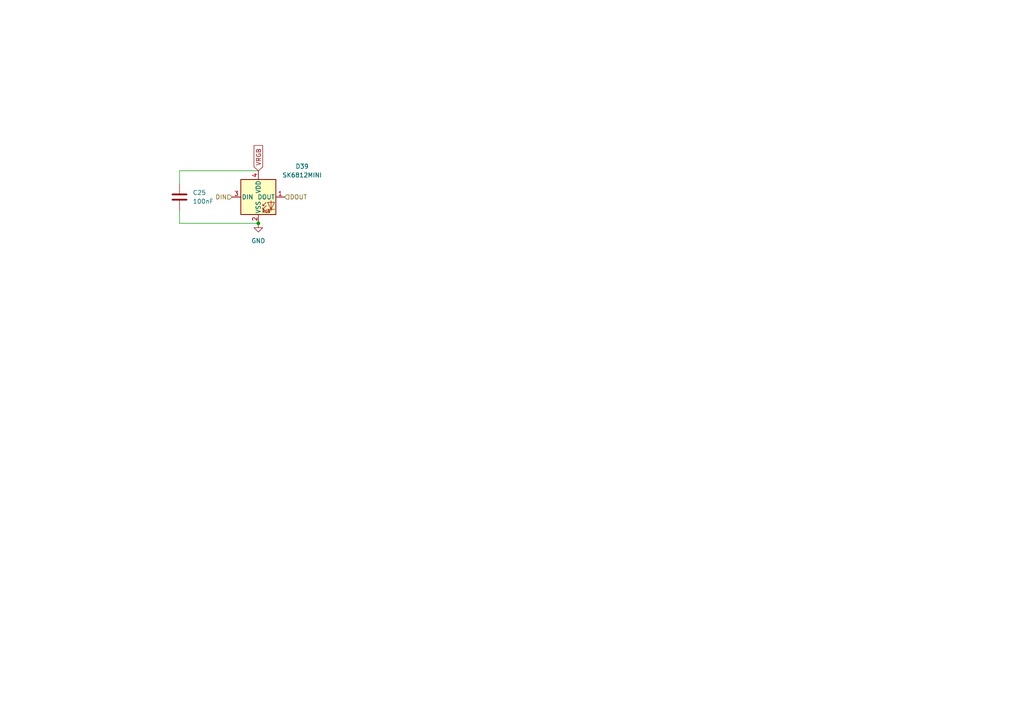
<source format=kicad_sch>
(kicad_sch (version 20211123) (generator eeschema)
  (paper "A4")
  (lib_symbols
    (symbol "Device:C" (pin_numbers hide) (pin_names (offset 0.254))
      (property "Reference" "C" (at 0.635 2.54 0))
      (property "Value" "C" (at 0.635 -2.54 0))
      (symbol "C_0_1"
        (polyline (pts (xy -2.032 -0.762) (xy 2.032 -0.762)) (stroke (width 0.508)))
        (polyline (pts (xy -2.032 0.762) (xy 2.032 0.762)) (stroke (width 0.508)))
      )
      (symbol "C_1_1"
        (pin passive line (at 0 3.81 270) (length 2.794) (name "~") (number "1"))
        (pin passive line (at 0 -3.81 90) (length 2.794) (name "~") (number "2"))
      )
    )
    (symbol "LED:SK6812MINI" (pin_names (offset 0.254))
      (property "Reference" "D" (at 5.08 5.715 0))
      (property "Value" "SK6812MINI" (at 1.27 -5.715 0))
      (symbol "SK6812MINI_0_0"
        (text "RGB" (at 2.286 -4.191 0) (effects (font (size 0.762 0.762))))
      )
      (symbol "SK6812MINI_0_1"
        (polyline (pts (xy 1.27 -3.556) (xy 1.778 -3.556)))
        (polyline (pts (xy 1.27 -2.54) (xy 1.778 -2.54)))
        (polyline (pts (xy 4.699 -3.556) (xy 2.667 -3.556)))
        (polyline (pts (xy 2.286 -2.54) (xy 1.27 -3.556) (xy 1.27 -3.048)))
        (polyline (pts (xy 2.286 -1.524) (xy 1.27 -2.54) (xy 1.27 -2.032)))
        (polyline (pts (xy 3.683 -1.016) (xy 3.683 -3.556) (xy 3.683 -4.064)))
        (polyline (pts (xy 4.699 -1.524) (xy 2.667 -1.524) (xy 3.683 -3.556) (xy 4.699 -1.524)))
        (rectangle (start 5.08 5.08) (end -5.08 -5.08) (stroke (width 0.254)) (fill (type background)))
      )
      (symbol "SK6812MINI_1_1"
        (pin output line (at 7.62 0 180) (length 2.54) (name "DOUT") (number "1"))
        (pin power_in line (at 0 -7.62 90) (length 2.54) (name "VSS") (number "2"))
        (pin input line (at -7.62 0 0) (length 2.54) (name "DIN") (number "3"))
        (pin power_in line (at 0 7.62 270) (length 2.54) (name "VDD") (number "4"))
      )
    )
    (symbol "power:GND" (power) (pin_names (offset 0))
      (property "Value" "GND" (at 0 -3.81 0))
      (symbol "GND_0_1"
        (polyline (pts (xy 0 0) (xy 0 -1.27) (xy 1.27 -1.27) (xy 0 -2.54) (xy -1.27 -1.27) (xy 0 -1.27)))
      )
      (symbol "GND_1_1"
        (pin power_in line (at 0 0 270) (length 0) hide (name "GND") (number "1"))
      )
    )
  )
  (junction (at 74.93 64.77))
  (wire (pts (xy 52.07 60.96) (xy 52.07 64.77)))
  (wire (pts (xy 74.93 49.53) (xy 52.07 49.53)))
  (wire (pts (xy 52.07 49.53) (xy 52.07 53.34)))
  (wire (pts (xy 52.07 64.77) (xy 74.93 64.77)))
  (global_label "VRGB" (shape input) (at 74.93 49.53 90) (property "Intersheet References" "${INTERSHEET_REFS}" (effects hide)))
  (hierarchical_label "DIN" (shape input) (at 67.31 57.15 180))
  (hierarchical_label "DOUT" (shape input) (at 82.55 57.15 0))
  (symbol (lib_id "Device:C") (at 52.07 57.15 0)
    (property "Reference" "C25" (at 55.88 55.8799 0) (effects (justify left)))
    (property "Value" "100nF" (at 55.88 58.4199 0) (effects (justify left)))
    (property "Footprint" "Stefan:C_0805_2012Metric_Pad1.18x1.45mm_HandSolder_Dual_Reversible" (effects hide))
  )
  (symbol (lib_id "LED:SK6812MINI") (at 74.93 57.15 0)
    (property "Reference" "D39" (at 87.63 48.26 0))
    (property "Value" "SK6812MINI" (at 87.63 50.8 0))
    (property "Footprint" "Stefan:SK6812-MINI-E_Reversible" (effects hide))
    (property "Datasheet" "https://cdn-shop.adafruit.com/product-files/2686/SK6812MINI_REV.01-1-2.pdf" (effects hide))
  )
  (symbol (lib_id "power:GND") (at 74.93 64.77 0)
    (property "Reference" "#PWR054" (effects hide))
    (property "Value" "GND" (at 74.93 69.85 0))
  )
)
</source>
